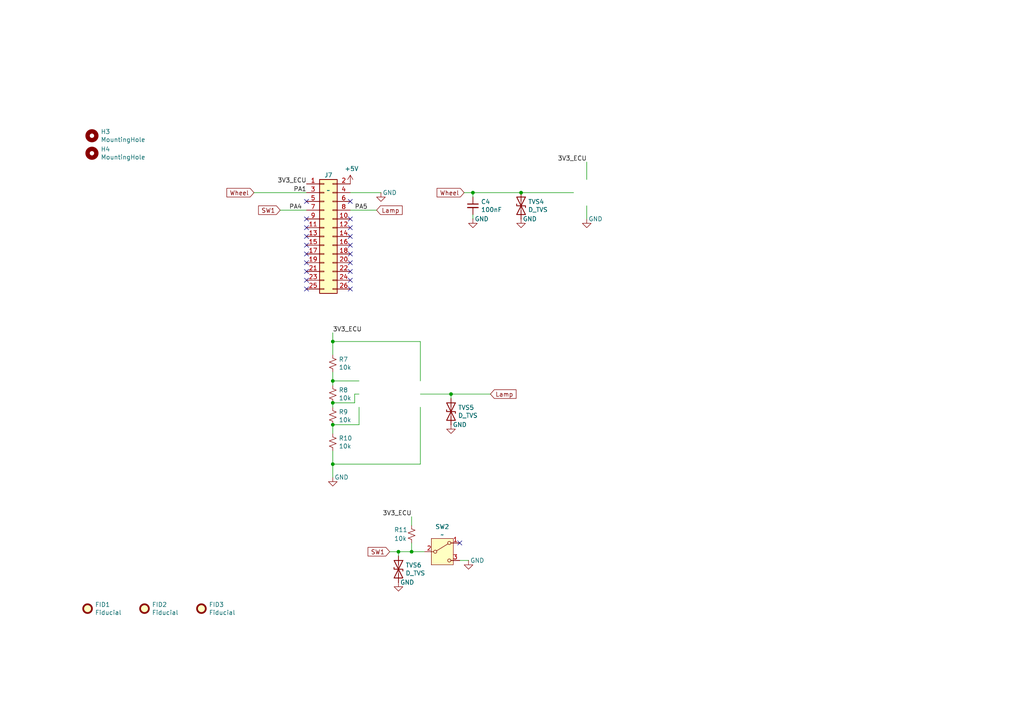
<source format=kicad_sch>
(kicad_sch (version 20231120) (generator "eeschema") (generator_version "8.0")
  (paper "A4")
  (title_block (title "Chassis - RAMN: Resistant Automotive Miniature Network V1") (date "2021-02-22") (rev "A") (company "Copyright (c) 2021 TOYOTA MOTOR CORPORATION. ALL RIGHTS RESERVED.") (comment 1 "https://github.com/AkiyukiOkayasu/Kicad_Akiyuki_Symbol") (comment 2 "NKK NR01 symbol from Akiyuki Okayasu") (comment 3 "License: CC BY-SA 4.0") (comment 4 "https://github.com/toyotainfotech/ramn"))
  (lib_symbols
    (symbol "Connector_Generic:Conn_02x13_Odd_Even" (pin_names (offset 1.016) hide)
      (property "Reference" "J" (at 1.27 17.78 0))
      (property "Value" "Conn_02x13_Odd_Even" (at 1.27 -17.78 0))
      (symbol "Conn_02x13_Odd_Even_1_1"
        (rectangle (start -1.27 -15.113) (end 0 -15.367) (stroke (width 0.1524)))
        (rectangle (start -1.27 -12.573) (end 0 -12.827) (stroke (width 0.1524)))
        (rectangle (start -1.27 -10.033) (end 0 -10.287) (stroke (width 0.1524)))
        (rectangle (start -1.27 -7.493) (end 0 -7.747) (stroke (width 0.1524)))
        (rectangle (start -1.27 -4.953) (end 0 -5.207) (stroke (width 0.1524)))
        (rectangle (start -1.27 -2.413) (end 0 -2.667) (stroke (width 0.1524)))
        (rectangle (start -1.27 0.127) (end 0 -0.127) (stroke (width 0.1524)))
        (rectangle (start -1.27 2.667) (end 0 2.413) (stroke (width 0.1524)))
        (rectangle (start -1.27 5.207) (end 0 4.953) (stroke (width 0.1524)))
        (rectangle (start -1.27 7.747) (end 0 7.493) (stroke (width 0.1524)))
        (rectangle (start -1.27 10.287) (end 0 10.033) (stroke (width 0.1524)))
        (rectangle (start -1.27 12.827) (end 0 12.573) (stroke (width 0.1524)))
        (rectangle (start -1.27 15.367) (end 0 15.113) (stroke (width 0.1524)))
        (rectangle (start -1.27 16.51) (end 3.81 -16.51) (stroke (width 0.254)) (fill (type background)))
        (rectangle (start 3.81 -15.113) (end 2.54 -15.367) (stroke (width 0.1524)))
        (rectangle (start 3.81 -12.573) (end 2.54 -12.827) (stroke (width 0.1524)))
        (rectangle (start 3.81 -10.033) (end 2.54 -10.287) (stroke (width 0.1524)))
        (rectangle (start 3.81 -7.493) (end 2.54 -7.747) (stroke (width 0.1524)))
        (rectangle (start 3.81 -4.953) (end 2.54 -5.207) (stroke (width 0.1524)))
        (rectangle (start 3.81 -2.413) (end 2.54 -2.667) (stroke (width 0.1524)))
        (rectangle (start 3.81 0.127) (end 2.54 -0.127) (stroke (width 0.1524)))
        (rectangle (start 3.81 2.667) (end 2.54 2.413) (stroke (width 0.1524)))
        (rectangle (start 3.81 5.207) (end 2.54 4.953) (stroke (width 0.1524)))
        (rectangle (start 3.81 7.747) (end 2.54 7.493) (stroke (width 0.1524)))
        (rectangle (start 3.81 10.287) (end 2.54 10.033) (stroke (width 0.1524)))
        (rectangle (start 3.81 12.827) (end 2.54 12.573) (stroke (width 0.1524)))
        (rectangle (start 3.81 15.367) (end 2.54 15.113) (stroke (width 0.1524)))
        (pin passive line (at -5.08 15.24 0) (length 3.81) (name "Pin_1") (number "1"))
        (pin passive line (at 7.62 5.08 180) (length 3.81) (name "Pin_10") (number "10"))
        (pin passive line (at -5.08 2.54 0) (length 3.81) (name "Pin_11") (number "11"))
        (pin passive line (at 7.62 2.54 180) (length 3.81) (name "Pin_12") (number "12"))
        (pin passive line (at -5.08 0 0) (length 3.81) (name "Pin_13") (number "13"))
        (pin passive line (at 7.62 0 180) (length 3.81) (name "Pin_14") (number "14"))
        (pin passive line (at -5.08 -2.54 0) (length 3.81) (name "Pin_15") (number "15"))
        (pin passive line (at 7.62 -2.54 180) (length 3.81) (name "Pin_16") (number "16"))
        (pin passive line (at -5.08 -5.08 0) (length 3.81) (name "Pin_17") (number "17"))
        (pin passive line (at 7.62 -5.08 180) (length 3.81) (name "Pin_18") (number "18"))
        (pin passive line (at -5.08 -7.62 0) (length 3.81) (name "Pin_19") (number "19"))
        (pin passive line (at 7.62 15.24 180) (length 3.81) (name "Pin_2") (number "2"))
        (pin passive line (at 7.62 -7.62 180) (length 3.81) (name "Pin_20") (number "20"))
        (pin passive line (at -5.08 -10.16 0) (length 3.81) (name "Pin_21") (number "21"))
        (pin passive line (at 7.62 -10.16 180) (length 3.81) (name "Pin_22") (number "22"))
        (pin passive line (at -5.08 -12.7 0) (length 3.81) (name "Pin_23") (number "23"))
        (pin passive line (at 7.62 -12.7 180) (length 3.81) (name "Pin_24") (number "24"))
        (pin passive line (at -5.08 -15.24 0) (length 3.81) (name "Pin_25") (number "25"))
        (pin passive line (at 7.62 -15.24 180) (length 3.81) (name "Pin_26") (number "26"))
        (pin passive line (at -5.08 12.7 0) (length 3.81) (name "Pin_3") (number "3"))
        (pin passive line (at 7.62 12.7 180) (length 3.81) (name "Pin_4") (number "4"))
        (pin passive line (at -5.08 10.16 0) (length 3.81) (name "Pin_5") (number "5"))
        (pin passive line (at 7.62 10.16 180) (length 3.81) (name "Pin_6") (number "6"))
        (pin passive line (at -5.08 7.62 0) (length 3.81) (name "Pin_7") (number "7"))
        (pin passive line (at 7.62 7.62 180) (length 3.81) (name "Pin_8") (number "8"))
        (pin passive line (at -5.08 5.08 0) (length 3.81) (name "Pin_9") (number "9"))
      )
    )
    (symbol "Device:C_Small" (pin_numbers hide) (pin_names (offset 0.254) hide)
      (property "Reference" "C" (at 0.254 1.778 0))
      (property "Value" "C_Small" (at 0.254 -2.032 0))
      (symbol "C_Small_0_1"
        (polyline (pts (xy -1.524 -0.508) (xy 1.524 -0.508)) (stroke (width 0.3302)))
        (polyline (pts (xy -1.524 0.508) (xy 1.524 0.508)) (stroke (width 0.3048)))
      )
      (symbol "C_Small_1_1"
        (pin passive line (at 0 2.54 270) (length 2.032) (name "~") (number "1"))
        (pin passive line (at 0 -2.54 90) (length 2.032) (name "~") (number "2"))
      )
    )
    (symbol "Device:D_TVS" (pin_numbers hide) (pin_names (offset 1.016) hide)
      (property "Reference" "D" (at 0 2.54 0))
      (property "Value" "D_TVS" (at 0 -2.54 0))
      (symbol "D_TVS_0_1"
        (polyline (pts (xy 1.27 0) (xy -1.27 0)))
        (polyline (pts (xy 0.508 1.27) (xy 0 1.27) (xy 0 -1.27) (xy -0.508 -1.27)) (stroke (width 0.254)))
        (polyline (pts (xy -2.54 1.27) (xy -2.54 -1.27) (xy 2.54 1.27) (xy 2.54 -1.27) (xy -2.54 1.27)) (stroke (width 0.254)))
      )
      (symbol "D_TVS_1_1"
        (pin passive line (at -3.81 0 0) (length 2.54) (name "A1") (number "1"))
        (pin passive line (at 3.81 0 180) (length 2.54) (name "A2") (number "2"))
      )
    )
    (symbol "Device:R_Small_US" (pin_numbers hide) (pin_names (offset 0.254) hide)
      (property "Reference" "R" (at 0.762 0.508 0))
      (property "Value" "R_Small_US" (at 0.762 -1.016 0))
      (symbol "R_Small_US_1_1"
        (polyline (pts (xy 0 0) (xy 1.016 -0.381) (xy 0 -0.762) (xy -1.016 -1.143) (xy 0 -1.524)))
        (polyline (pts (xy 0 1.524) (xy 1.016 1.143) (xy 0 0.762) (xy -1.016 0.381) (xy 0 0)))
        (pin passive line (at 0 2.54 270) (length 1.016) (name "~") (number "1"))
        (pin passive line (at 0 -2.54 90) (length 1.016) (name "~") (number "2"))
      )
    )
    (symbol "Mechanical:Fiducial" (exclude_from_sim yes) (in_bom no)
      (property "Reference" "FID" (at 0 5.08 0))
      (property "Value" "Fiducial" (at 0 3.175 0))
      (symbol "Fiducial_0_1"
        (circle (center 0 0) (radius 1.27) (stroke (width 0.508)) (fill (type background)))
      )
    )
    (symbol "Mechanical:MountingHole" (pin_names (offset 1.016)) (exclude_from_sim yes) (in_bom no)
      (property "Reference" "H" (at 0 5.08 0))
      (property "Value" "MountingHole" (at 0 3.175 0))
      (symbol "MountingHole_0_1"
        (circle (center 0 0) (radius 1.27) (stroke (width 1.27)))
      )
    )
    (symbol "Switch:SW_SPDT" (pin_names (offset 0) hide)
      (property "Reference" "SW" (at 0 5.08 0))
      (property "Value" "SW_SPDT" (at 0 -5.08 0))
      (symbol "SW_SPDT_0_1"
        (circle (center -2.032 0) (radius 0.4572))
        (polyline (pts (xy -1.651 0.254) (xy 1.651 2.286)))
        (circle (center 2.032 -2.54) (radius 0.4572))
        (circle (center 2.032 2.54) (radius 0.4572))
      )
      (symbol "SW_SPDT_1_1"
        (rectangle (start -3.175 3.81) (end 3.175 -3.81) (fill (type background)))
        (pin passive line (at 5.08 2.54 180) (length 2.54) (name "A") (number "1"))
        (pin passive line (at -5.08 0 0) (length 2.54) (name "B") (number "2"))
        (pin passive line (at 5.08 -2.54 180) (length 2.54) (name "C") (number "3"))
      )
    )
    (symbol "power:+5V" (power) (pin_numbers hide) (pin_names (offset 0) hide)
      (property "Value" "+5V" (at 0 3.556 0))
      (symbol "+5V_0_1"
        (polyline (pts (xy -0.762 1.27) (xy 0 2.54)))
        (polyline (pts (xy 0 0) (xy 0 2.54)))
        (polyline (pts (xy 0 2.54) (xy 0.762 1.27)))
      )
      (symbol "+5V_1_1"
        (pin power_in line (at 0 0 90) (length 0) (name "~") (number "1"))
      )
    )
    (symbol "power:GND" (power) (pin_numbers hide) (pin_names (offset 0) hide)
      (property "Value" "GND" (at 0 -3.81 0))
      (symbol "GND_0_1"
        (polyline (pts (xy 0 0) (xy 0 -1.27) (xy 1.27 -1.27) (xy 0 -2.54) (xy -1.27 -1.27) (xy 0 -1.27)))
      )
      (symbol "GND_1_1"
        (pin power_in line (at 0 0 270) (length 0) (name "~") (number "1"))
      )
    )
  )
  (junction (at 130.81 114.3))
  (junction (at 96.52 123.19))
  (junction (at 151.13 55.88))
  (junction (at 137.16 55.88))
  (junction (at 96.52 110.49))
  (junction (at 119.38 160.02))
  (junction (at 115.57 160.02))
  (junction (at 96.52 116.84))
  (junction (at 96.52 99.06))
  (junction (at 96.52 134.62))
  (no_connect (at 88.9 76.2))
  (no_connect (at 101.6 76.2))
  (no_connect (at 101.6 73.66))
  (no_connect (at 88.9 63.5))
  (no_connect (at 88.9 71.12))
  (no_connect (at 101.6 81.28))
  (no_connect (at 88.9 73.66))
  (no_connect (at 133.35 157.48))
  (no_connect (at 88.9 66.04))
  (no_connect (at 101.6 71.12))
  (no_connect (at 101.6 68.58))
  (no_connect (at 101.6 83.82))
  (no_connect (at 88.9 68.58))
  (no_connect (at 101.6 58.42))
  (no_connect (at 101.6 66.04))
  (no_connect (at 88.9 81.28))
  (no_connect (at 101.6 63.5))
  (no_connect (at 101.6 78.74))
  (no_connect (at 88.9 83.82))
  (no_connect (at 88.9 78.74))
  (no_connect (at 88.9 58.42))
  (wire (pts (xy 101.6 55.88) (xy 110.49 55.88)))
  (wire (pts (xy 73.66 55.88) (xy 88.9 55.88)))
  (wire (pts (xy 115.57 160.02) (xy 119.38 160.02)))
  (wire (pts (xy 137.16 55.88) (xy 151.13 55.88)))
  (wire (pts (xy 137.16 63.5) (xy 137.16 62.23)))
  (wire (pts (xy 121.92 134.62) (xy 96.52 134.62)))
  (wire (pts (xy 104.14 110.49) (xy 96.52 110.49)))
  (wire (pts (xy 96.52 111.76) (xy 96.52 110.49)))
  (wire (pts (xy 104.14 123.19) (xy 104.14 118.11)))
  (wire (pts (xy 134.62 55.88) (xy 137.16 55.88)))
  (wire (pts (xy 119.38 160.02) (xy 123.19 160.02)))
  (wire (pts (xy 102.87 116.84) (xy 96.52 116.84)))
  (wire (pts (xy 151.13 55.88) (xy 166.37 55.88)))
  (wire (pts (xy 104.14 114.3) (xy 102.87 114.3)))
  (wire (pts (xy 96.52 125.73) (xy 96.52 123.19)))
  (wire (pts (xy 121.92 114.3) (xy 130.81 114.3)))
  (wire (pts (xy 130.81 115.57) (xy 130.81 114.3)))
  (wire (pts (xy 170.18 59.69) (xy 170.18 63.5)))
  (wire (pts (xy 96.52 130.81) (xy 96.52 134.62)))
  (wire (pts (xy 88.9 60.96) (xy 81.28 60.96)))
  (wire (pts (xy 130.81 114.3) (xy 142.24 114.3)))
  (wire (pts (xy 119.38 157.48) (xy 119.38 160.02)))
  (wire (pts (xy 96.52 134.62) (xy 96.52 138.43)))
  (wire (pts (xy 121.92 99.06) (xy 96.52 99.06)))
  (wire (pts (xy 119.38 152.4) (xy 119.38 149.86)))
  (wire (pts (xy 96.52 99.06) (xy 96.52 102.87)))
  (wire (pts (xy 113.03 160.02) (xy 115.57 160.02)))
  (wire (pts (xy 96.52 99.06) (xy 96.52 96.52)))
  (wire (pts (xy 121.92 118.11) (xy 121.92 134.62)))
  (wire (pts (xy 102.87 114.3) (xy 102.87 116.84)))
  (wire (pts (xy 170.18 46.99) (xy 170.18 52.07)))
  (wire (pts (xy 96.52 110.49) (xy 96.52 107.95)))
  (wire (pts (xy 135.89 162.56) (xy 133.35 162.56)))
  (wire (pts (xy 96.52 118.11) (xy 96.52 116.84)))
  (wire (pts (xy 109.22 60.96) (xy 101.6 60.96)))
  (wire (pts (xy 137.16 57.15) (xy 137.16 55.88)))
  (wire (pts (xy 96.52 123.19) (xy 104.14 123.19)))
  (wire (pts (xy 115.57 161.29) (xy 115.57 160.02)))
  (wire (pts (xy 121.92 110.49) (xy 121.92 99.06)))
  (label "PA1" (at 88.9 55.88 180))
  (label "3V3_ECU" (at 96.52 96.52 0))
  (label "3V3_ECU" (at 119.38 149.86 180))
  (label "PA5" (at 102.87 60.96 0))
  (label "3V3_ECU" (at 88.9 53.34 180))
  (label "3V3_ECU" (at 170.18 46.99 180))
  (label "PA4" (at 87.63 60.96 180))
  (global_label "Wheel" (shape input) (at 73.66 55.88 180) (property "Intersheetrefs" "${INTERSHEET_REFS}" (effects (hide yes))))
  (global_label "SW1" (shape input) (at 113.03 160.02 180) (property "Intersheetrefs" "${INTERSHEET_REFS}" (effects (hide yes))))
  (global_label "Lamp" (shape input) (at 109.22 60.96 0) (property "Intersheetrefs" "${INTERSHEET_REFS}" (effects (hide yes))))
  (global_label "SW1" (shape input) (at 81.28 60.96 180) (property "Intersheetrefs" "${INTERSHEET_REFS}" (effects (hide yes))))
  (global_label "Lamp" (shape input) (at 142.24 114.3 0) (property "Intersheetrefs" "${INTERSHEET_REFS}" (effects (hide yes))))
  (global_label "Wheel" (shape input) (at 134.62 55.88 180) (property "Intersheetrefs" "${INTERSHEET_REFS}" (effects (hide yes))))
  (symbol (lib_id "power:GND") (at 135.89 162.56 0) (unit 1)
    (property "Reference" "#PWR06" (effects (hide yes)))
    (property "Value" "GND" (at 138.43 162.56 0))
  )
  (symbol (lib_id "Switch:SW_SPDT") (at 128.27 160.02 0) (unit 1)
    (property "Reference" "SW2" (at 128.27 152.781 0))
    (property "Value" "~" (at 128.27 155.0924 0))
    (property "Footprint" "Button_Switch_THT:SW_CuK_OS102011MA1QN1_SPDT_Angled" (effects (hide yes)))
  )
  (symbol (lib_id "power:GND") (at 170.18 63.5 0) (unit 1)
    (property "Reference" "#PWR03" (effects (hide yes)))
    (property "Value" "GND" (at 172.72 63.5 0))
  )
  (symbol (lib_id "Device:R_POT_TRIM_US") (at 170.18 55.88 0) (mirror y) (unit 1)
    (property "Reference" "RV3" (at 171.9072 54.7116 0) (effects (justify right)))
    (property "Value" "R_POT_TRIM_US" (at 171.9072 57.023 0) (effects (justify right)))
    (property "Footprint" "Global_Library:POT_ECU" (effects (hide yes)))
  )
  (symbol (lib_id "Connector_Generic:Conn_02x13_Odd_Even") (at 93.98 68.58 0) (unit 1)
    (property "Reference" "J7" (at 95.25 50.8 0))
    (property "Value" "~" (at 95.25 55.2196 0))
    (property "Footprint" "Connector_PinSocket_2.54mm:PinSocket_2x13_P2.54mm_Vertical" (effects (hide yes)))
  )
  (symbol (lib_id "Akiyuki_UI:NKK_NR01") (at 113.03 114.3 0) (unit 1)
    (property "Reference" "SW3" (at 113.03 104.775 0))
    (property "Value" "NKK_NR01" (at 113.03 107.0864 0))
    (property "Footprint" "Akiyuki_UI:NR01" (effects (hide yes)))
  )
  (symbol (lib_id "Mechanical:MountingHole") (at 26.67 44.45 0) (unit 1)
    (property "Reference" "H4" (at 29.21 43.2816 0) (effects (justify left)))
    (property "Value" "MountingHole" (at 29.21 45.593 0) (effects (justify left)))
    (property "Footprint" "MountingHole:MountingHole_3.2mm_M3_ISO7380" (effects (hide yes)))
  )
  (symbol (lib_id "power:GND") (at 110.49 55.88 0) (unit 1)
    (property "Reference" "#PWR02" (effects (hide yes)))
    (property "Value" "GND" (at 113.03 55.88 0))
  )
  (symbol (lib_id "Device:R_Small_US") (at 96.52 105.41 0) (unit 1)
    (property "Reference" "R7" (at 98.2472 104.2416 0) (effects (justify left)))
    (property "Value" "10k" (at 98.2472 106.553 0) (effects (justify left)))
    (property "Footprint" "Resistor_SMD:R_0603_1608Metric" (effects (hide yes)))
  )
  (symbol (lib_id "power:GND") (at 96.52 138.43 0) (unit 1)
    (property "Reference" "#PWR05" (effects (hide yes)))
    (property "Value" "GND" (at 99.06 138.43 0))
  )
  (symbol (lib_id "Device:R_Small_US") (at 96.52 114.3 0) (unit 1)
    (property "Reference" "R8" (at 98.2472 113.1316 0) (effects (justify left)))
    (property "Value" "10k" (at 98.2472 115.443 0) (effects (justify left)))
    (property "Footprint" "Resistor_SMD:R_0603_1608Metric" (effects (hide yes)))
  )
  (symbol (lib_id "Device:R_Small_US") (at 96.52 120.65 0) (unit 1)
    (property "Reference" "R9" (at 98.2472 119.4816 0) (effects (justify left)))
    (property "Value" "10k" (at 98.2472 121.793 0) (effects (justify left)))
    (property "Footprint" "Resistor_SMD:R_0603_1608Metric" (effects (hide yes)))
  )
  (symbol (lib_id "Device:R_Small_US") (at 96.52 128.27 0) (unit 1)
    (property "Reference" "R10" (at 98.2472 127.1016 0) (effects (justify left)))
    (property "Value" "10k" (at 98.2472 129.413 0) (effects (justify left)))
    (property "Footprint" "Resistor_SMD:R_0603_1608Metric" (effects (hide yes)))
  )
  (symbol (lib_id "Device:R_Small_US") (at 119.38 154.94 180) (unit 1)
    (property "Reference" "R11" (at 114.3 153.67 0) (effects (justify right)))
    (property "Value" "10k" (at 114.3 156.21 0) (effects (justify right)))
    (property "Footprint" "Resistor_SMD:R_0603_1608Metric" (effects (hide yes)))
  )
  (symbol (lib_id "Mechanical:MountingHole") (at 26.67 39.37 0) (unit 1)
    (property "Reference" "H3" (at 29.21 38.2016 0) (effects (justify left)))
    (property "Value" "MountingHole" (at 29.21 40.513 0) (effects (justify left)))
    (property "Footprint" "MountingHole:MountingHole_3.2mm_M3_ISO7380" (effects (hide yes)))
  )
  (symbol (lib_id "power:+5V") (at 101.6 53.34 0) (unit 1)
    (property "Reference" "#PWR01" (effects (hide yes)))
    (property "Value" "+5V" (at 101.981 48.9458 0))
  )
  (symbol (lib_id "Device:C_Small") (at 137.16 59.69 0) (unit 1)
    (property "Reference" "C4" (at 139.4968 58.5216 0) (effects (justify left)))
    (property "Value" "100nF" (at 139.4968 60.833 0) (effects (justify left)))
    (property "Footprint" "Capacitor_SMD:C_0603_1608Metric" (effects (hide yes)))
  )
  (symbol (lib_id "power:GND") (at 137.16 63.5 0) (unit 1)
    (property "Reference" "#PWR0101" (effects (hide yes)))
    (property "Value" "GND" (at 139.7 63.5 0))
  )
  (symbol (lib_id "Device:D_TVS") (at 151.13 59.69 270) (unit 1)
    (property "Reference" "TVS4" (at 153.162 58.5216 90) (effects (justify left)))
    (property "Value" "D_TVS" (at 153.162 60.833 90) (effects (justify left)))
    (property "Footprint" "Diode_SMD:D_SOD-123F" (effects (hide yes)))
  )
  (symbol (lib_id "power:GND") (at 151.13 63.5 0) (unit 1)
    (property "Reference" "#PWR0102" (effects (hide yes)))
    (property "Value" "GND" (at 153.67 63.5 0))
  )
  (symbol (lib_id "Device:D_TVS") (at 130.81 119.38 270) (unit 1)
    (property "Reference" "TVS5" (at 132.842 118.2116 90) (effects (justify left)))
    (property "Value" "D_TVS" (at 132.842 120.523 90) (effects (justify left)))
    (property "Footprint" "Diode_SMD:D_SOD-123F" (effects (hide yes)))
  )
  (symbol (lib_id "power:GND") (at 130.81 123.19 0) (unit 1)
    (property "Reference" "#PWR0103" (effects (hide yes)))
    (property "Value" "GND" (at 133.35 123.19 0))
  )
  (symbol (lib_id "Device:D_TVS") (at 115.57 165.1 270) (unit 1)
    (property "Reference" "TVS6" (at 117.602 163.9316 90) (effects (justify left)))
    (property "Value" "D_TVS" (at 117.602 166.243 90) (effects (justify left)))
    (property "Footprint" "Diode_SMD:D_SOD-123F" (effects (hide yes)))
  )
  (symbol (lib_id "power:GND") (at 115.57 168.91 0) (unit 1)
    (property "Reference" "#PWR0104" (effects (hide yes)))
    (property "Value" "GND" (at 118.11 168.91 0))
  )
  (symbol (lib_id "Mechanical:Fiducial") (at 25.4 176.53 0) (unit 1)
    (property "Reference" "FID1" (at 27.559 175.3616 0) (effects (justify left)))
    (property "Value" "Fiducial" (at 27.559 177.673 0) (effects (justify left)))
    (property "Footprint" "Fiducial:Fiducial_1mm_Mask2mm" (effects (hide yes)))
  )
  (symbol (lib_id "Mechanical:Fiducial") (at 41.91 176.53 0) (unit 1)
    (property "Reference" "FID2" (at 44.069 175.3616 0) (effects (justify left)))
    (property "Value" "Fiducial" (at 44.069 177.673 0) (effects (justify left)))
    (property "Footprint" "Fiducial:Fiducial_1mm_Mask2mm" (effects (hide yes)))
  )
  (symbol (lib_id "Mechanical:Fiducial") (at 58.42 176.53 0) (unit 1)
    (property "Reference" "FID3" (at 60.579 175.3616 0) (effects (justify left)))
    (property "Value" "Fiducial" (at 60.579 177.673 0) (effects (justify left)))
    (property "Footprint" "Fiducial:Fiducial_1mm_Mask2mm" (effects (hide yes)))
  )
)
</source>
